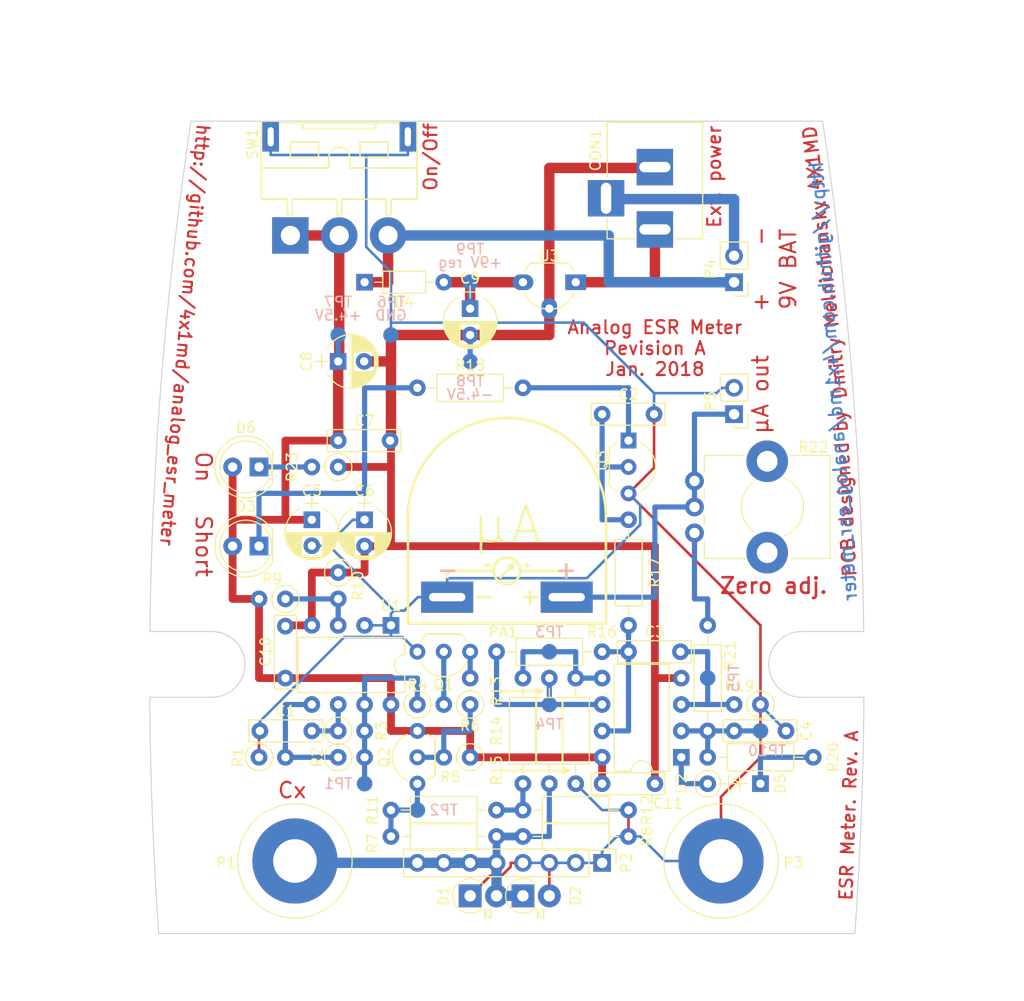
<source format=kicad_pcb>
(kicad_pcb (version 20171130) (host pcbnew "(5.1.12)-1")
  (title_block (title "Analog ESR meter") (rev A))
  (layers (0 F.Cu signal) (31 B.Cu signal) (34 B.Paste user) (35 F.Paste user) (36 B.SilkS user) (37 F.SilkS user) (38 B.Mask user) (39 F.Mask user) (44 Edge.Cuts user))
  (net 0 "")
  (net 1 "Net-(C1-Pad1)")
  (net 2 "Net-(C2-Pad1)")
  (net 3 GNDREF)
  (net 4 "Net-(C4-Pad1)")
  (net 5 "Net-(CON1-Pad3)")
  (net 6 "Net-(Q1-Pad2)")
  (net 7 "Net-(Q1-Pad1)")
  (net 8 "Net-(R11-Pad1)")
  (net 9 "Net-(C3-Pad2)")
  (net 10 "Net-(D5-Pad2)")
  (net 11 "Net-(Q2-Pad2)")
  (net 12 "Net-(Q2-Pad1)")
  (net 13 "Net-(C3-Pad1)")
  (net 14 /-4.5V)
  (net 15 "Net-(D3-Pad1)")
  (net 16 "Net-(P5-Pad1)")
  (net 17 "Net-(R1-Pad2)")
  (net 18 "Net-(R2-Pad2)")
  (net 19 "Net-(R10-Pad2)")
  (net 20 "Net-(R13-Pad2)")
  (net 21 "Net-(R14-Pad2)")
  (net 22 "Net-(R21-Pad1)")
  (net 23 "Net-(Q3-Pad1)")
  (net 24 "Net-(D6-Pad1)")
  (net 25 "Net-(D5-Pad1)")
  (net 26 /CX)
  (net 27 /+9V_REG)
  (net 28 /EXT_VIN)
  (net 29 /+9V)
  (net 30 /+4.5V)
  (module Resistors_THT:R_Axial_DIN0207_L6.3mm_D2.5mm_P2.54mm_Vertical (layer F.Cu) (at 149.86 104.14 90)
    (fp_text reference R6 (at -2.032 0 180) (layer F.SilkS))
    (fp_text value 12K)
    (pad 1 thru_hole circle (at 0 0 90) (size 1.6 1.6) (drill 0.8) (layers *.Cu *.Paste *.Mask) (net 11 "Net-(Q2-Pad2)"))
    (pad 2 thru_hole oval (at 2.54 0 90) (size 1.6 1.6) (drill 0.8) (layers *.Cu *.Paste *.Mask) (net 7 "Net-(Q1-Pad1)"))
  )
  (module TO_SOT_Packages_THT:TO-92_Inline_Wide (layer F.Cu) (at 149.86 99.06 180)
    (fp_text reference Q1 (at 2.54 -3.175 180) (layer F.SilkS))
    (fp_text value BC547)
    (pad 2 thru_hole circle (at 2.54 0 270) (size 1.524 1.524) (drill 0.8) (layers *.Cu *.Paste *.Mask) (net 6 "Net-(Q1-Pad2)"))
    (pad 3 thru_hole circle (at 5.08 0 270) (size 1.524 1.524) (drill 0.8) (layers *.Cu *.Paste *.Mask) (net 3 GNDREF))
    (pad 1 thru_hole circle (at 0 0 270) (size 1.524 1.524) (drill 0.8) (layers *.Cu *.Paste *.Mask) (net 7 "Net-(Q1-Pad1)"))
  )
  (module Mounting_Holes:MountingHole_3.2mm_M3_DIN965 (layer F.Cu) (at 182.3 115.285)
    (fp_text reference MH5 hide)
    (fp_text value 3.2mm_M3_DIN965)
    (pad "" np_thru_hole circle (at 0 0) (size 3.2 3.2) (drill 3.2) (layers *.Cu *.Paste *.Mask) (clearance 1))
  )
  (module Mounting_Holes:MountingHole_3.2mm_M3_DIN965 (layer F.Cu) (at 124.475 115.285)
    (fp_text reference MH4 hide)
    (fp_text value 3.2mm_M3_DIN965)
    (pad "" np_thru_hole circle (at 0 0) (size 3.2 3.2) (drill 3.2) (layers *.Cu *.Paste *.Mask) (clearance 1))
  )
  (module Mounting_Holes:MountingHole_3.2mm_M3_DIN965 (layer F.Cu) (at 181.73 75.285)
    (fp_text reference MH3 hide)
    (fp_text value 3.2mm_M3_DIN965)
    (pad "" np_thru_hole circle (at 0 0) (size 3.2 3.2) (drill 3.2) (layers *.Cu *.Paste *.Mask) (clearance 1))
  )
  (module Mounting_Holes:MountingHole_3.2mm_M3_DIN965 (layer F.Cu) (at 125.048 75.285)
    (fp_text reference MH2 hide)
    (fp_text value 3.2mm_M3_DIN965)
    (pad "" np_thru_hole circle (at 0 0) (size 3.2 3.2) (drill 3.2) (layers *.Cu *.Paste *.Mask) (clearance 1))
  )
  (module Potentiometers:Potentiometer_Alps_RK09K_Horizontal (layer F.Cu) (at 171.45 87.63)
    (fp_text reference R22 (at 11.43 -8.255) (layer F.SilkS))
    (fp_text value 10K)
    (pad 3 thru_hole circle (at 0 -5) (size 1.8 1.8) (drill 1) (layers *.Cu *.Paste *.Mask) (net 16 "Net-(P5-Pad1)"))
    (pad 2 thru_hole circle (at 0 -2.5) (size 1.8 1.8) (drill 1) (layers *.Cu *.Paste *.Mask) (net 16 "Net-(P5-Pad1)"))
    (pad 1 thru_hole circle (at 0 0) (size 1.8 1.8) (drill 1) (layers *.Cu *.Paste *.Mask) (net 22 "Net-(R21-Pad1)"))
    (pad 0 thru_hole oval (at 7 -6.9) (size 4 4) (drill 2) (layers *.Cu *.Mask))
    (pad 0 thru_hole oval (at 7 1.9) (size 4 4) (drill 2) (layers *.Cu *.Mask))
  )
  (module TO_SOT_Packages_THT:TO-92_Inline_Wide (layer F.Cu) (at 144.78 111.76 90)
    (fp_text reference Q2 (at 2.54 -3.175 270) (layer F.SilkS))
    (fp_text value BC557)
    (pad 2 thru_hole circle (at 2.54 0 180) (size 1.524 1.524) (drill 0.8) (layers *.Cu *.Paste *.Mask) (net 11 "Net-(Q2-Pad2)"))
    (pad 3 thru_hole circle (at 5.08 0 180) (size 1.524 1.524) (drill 0.8) (layers *.Cu *.Paste *.Mask) (net 30 /+4.5V))
    (pad 1 thru_hole circle (at 0 0 180) (size 1.524 1.524) (drill 0.8) (layers *.Cu *.Paste *.Mask) (net 12 "Net-(Q2-Pad1)"))
  )
  (module Capacitors_THT:CP_Radial_D5.0mm_P2.50mm (layer F.Cu) (at 134.62 86.36 270)
    (fp_text reference C5 (at -2.794 0 180) (layer F.SilkS))
    (fp_text value 1uF)
    (pad 1 thru_hole rect (at 0 0 270) (size 1.6 1.6) (drill 0.8) (layers *.Cu *.Paste *.Mask) (net 30 /+4.5V))
    (pad 2 thru_hole circle (at 2.5 0 270) (size 1.6 1.6) (drill 0.8) (layers *.Cu *.Paste *.Mask) (net 3 GNDREF))
  )
  (module Capacitors_THT:CP_Radial_D5.0mm_P2.50mm (layer F.Cu) (at 139.7 86.36 270)
    (fp_text reference C6 (at -2.794 0) (layer F.SilkS))
    (fp_text value 1uF)
    (pad 1 thru_hole rect (at 0 0 270) (size 1.6 1.6) (drill 0.8) (layers *.Cu *.Paste *.Mask) (net 3 GNDREF))
    (pad 2 thru_hole circle (at 2.54 0 270) (size 1.6 1.6) (drill 0.8) (layers *.Cu *.Paste *.Mask) (net 14 /-4.5V))
  )
  (module Capacitors_THT:CP_Radial_D5.0mm_P2.50mm (layer F.Cu) (at 137.16 71.12)
    (fp_text reference C8 (at -3.048 0 270) (layer F.SilkS))
    (fp_text value 22uF)
    (pad 1 thru_hole rect (at 0 0) (size 1.6 1.6) (drill 0.8) (layers *.Cu *.Paste *.Mask) (net 30 /+4.5V))
    (pad 2 thru_hole circle (at 2.5 0) (size 1.6 1.6) (drill 0.8) (layers *.Cu *.Paste *.Mask) (net 14 /-4.5V))
  )
  (module Capacitors_THT:CP_Radial_D5.0mm_P2.50mm (layer F.Cu) (at 149.86 66.04 270)
    (fp_text reference C9 (at -2.921 0 180) (layer F.SilkS))
    (fp_text value 10uF)
    (pad 1 thru_hole rect (at 0 0 270) (size 1.6 1.6) (drill 0.8) (layers *.Cu *.Paste *.Mask) (net 27 /+9V_REG))
    (pad 2 thru_hole circle (at 2.54 0 270) (size 1.6 1.6) (drill 0.8) (layers *.Cu *.Paste *.Mask) (net 14 /-4.5V))
  )
  (module Diodes_THT:D_DO-35_SOD27_P7.62mm_Horizontal (layer F.Cu) (at 139.7 63.5)
    (fp_text reference D4 (at 3.81 1.905 180) (layer F.SilkS))
    (fp_text value BAT60)
    (pad 1 thru_hole rect (at 0 0) (size 1.6 1.6) (drill 0.8) (layers *.Cu *.Paste *.Mask) (net 29 /+9V))
    (pad 2 thru_hole oval (at 7.62 0) (size 1.6 1.6) (drill 0.8) (layers *.Cu *.Paste *.Mask) (net 27 /+9V_REG))
  )
  (module Pin_Headers:Pin_Header_Straight_1x02_Pitch2.54mm (layer F.Cu) (at 175.26 63.5 180)
    (fp_text reference P4 (at 2.286 1.27 270) (layer F.SilkS))
    (fp_text value "9V battery")
    (pad 1 thru_hole rect (at 0 0 180) (size 1.7 1.7) (drill 1) (layers *.Cu *.Paste *.Mask) (net 29 /+9V))
    (pad 2 thru_hole oval (at 0 2.54 180) (size 1.7 1.7) (drill 1) (layers *.Cu *.Paste *.Mask) (net 5 "Net-(CON1-Pad3)"))
  )
  (module Resistors_THT:R_Axial_DIN0207_L6.3mm_D2.5mm_P10.16mm_Horizontal (layer F.Cu) (at 152.4 116.84 180)
    (fp_text reference R7 (at 11.938 -0.635 270) (layer F.SilkS))
    (fp_text value 1K)
    (pad 1 thru_hole circle (at 0 0 180) (size 1.6 1.6) (drill 0.8) (layers *.Cu *.Paste *.Mask) (net 26 /CX))
    (pad 2 thru_hole oval (at 10.16 0 180) (size 1.6 1.6) (drill 0.8) (layers *.Cu *.Paste *.Mask) (net 12 "Net-(Q2-Pad1)"))
  )
  (module Resistors_THT:R_Axial_DIN0207_L6.3mm_D2.5mm_P10.16mm_Horizontal (layer F.Cu) (at 154.94 116.84)
    (fp_text reference R8 (at 11.938 0 270) (layer F.SilkS))
    (fp_text value 22)
    (pad 1 thru_hole circle (at 0 0) (size 1.6 1.6) (drill 0.8) (layers *.Cu *.Paste *.Mask) (net 26 /CX))
    (pad 2 thru_hole oval (at 10.16 0) (size 1.6 1.6) (drill 0.8) (layers *.Cu *.Paste *.Mask) (net 3 GNDREF))
  )
  (module Resistors_THT:R_Axial_DIN0207_L6.3mm_D2.5mm_P10.16mm_Horizontal (layer F.Cu) (at 152.4 114.3 180)
    (fp_text reference R11 (at 11.938 0 90) (layer F.SilkS))
    (fp_text value 1K)
    (pad 1 thru_hole circle (at 0 0 180) (size 1.6 1.6) (drill 0.8) (layers *.Cu *.Paste *.Mask) (net 8 "Net-(R11-Pad1)"))
    (pad 2 thru_hole oval (at 10.16 0 180) (size 1.6 1.6) (drill 0.8) (layers *.Cu *.Paste *.Mask) (net 12 "Net-(Q2-Pad1)"))
  )
  (module Resistors_THT:R_Axial_DIN0207_L6.3mm_D2.5mm_P10.16mm_Horizontal (layer F.Cu) (at 154.94 114.3)
    (fp_text reference R12 (at 11.938 0 270) (layer F.SilkS))
    (fp_text value 22)
    (pad 1 thru_hole circle (at 0 0) (size 1.6 1.6) (drill 0.8) (layers *.Cu *.Paste *.Mask) (net 8 "Net-(R11-Pad1)"))
    (pad 2 thru_hole oval (at 10.16 0) (size 1.6 1.6) (drill 0.8) (layers *.Cu *.Paste *.Mask) (net 3 GNDREF))
  )
  (module Resistors_THT:R_Axial_DIN0207_L6.3mm_D2.5mm_P10.16mm_Horizontal (layer F.Cu) (at 165.1 86.36 270)
    (fp_text reference R17 (at 5.08 -2.54 90) (layer F.SilkS))
    (fp_text value 15K)
    (pad 1 thru_hole circle (at 0 0 270) (size 1.6 1.6) (drill 0.8) (layers *.Cu *.Paste *.Mask) (net 2 "Net-(C2-Pad1)"))
    (pad 2 thru_hole oval (at 10.16 0 270) (size 1.6 1.6) (drill 0.8) (layers *.Cu *.Paste *.Mask) (net 13 "Net-(C3-Pad1)"))
  )
  (module Resistors_THT:R_Axial_DIN0207_L6.3mm_D2.5mm_P10.16mm_Horizontal (layer F.Cu) (at 172.72 96.52 270)
    (fp_text reference R21 (at 2.921 -2.159 90) (layer F.SilkS))
    (fp_text value 1K)
    (pad 1 thru_hole circle (at 0 0 270) (size 1.6 1.6) (drill 0.8) (layers *.Cu *.Paste *.Mask) (net 22 "Net-(R21-Pad1)"))
    (pad 2 thru_hole oval (at 10.16 0 270) (size 1.6 1.6) (drill 0.8) (layers *.Cu *.Paste *.Mask) (net 4 "Net-(C4-Pad1)"))
  )
  (module Pin_Headers:Pin_Header_Straight_1x02_Pitch2.54mm (layer F.Cu) (at 175.26 76.2 180)
    (fp_text reference P5 (at 2.286 1.27 270) (layer F.SilkS))
    (fp_text value "uA connector")
    (pad 1 thru_hole rect (at 0 0 180) (size 1.7 1.7) (drill 1) (layers *.Cu *.Paste *.Mask) (net 16 "Net-(P5-Pad1)"))
    (pad 2 thru_hole oval (at 0 2.54 180) (size 1.7 1.7) (drill 1) (layers *.Cu *.Paste *.Mask) (net 3 GNDREF))
  )
  (module TO_SOT_Packages_THT:TO-92_Molded_Wide_Oval (layer F.Cu) (at 160.02 63.5 180)
    (fp_text reference U3 (at 2.54 2.54 180) (layer F.SilkS))
    (fp_text value LM7809CT)
    (pad 2 thru_hole oval (at 2.54 -2.54 270) (size 2 1.5) (drill 0.8) (layers *.Cu *.Paste *.Mask) (net 14 /-4.5V))
    (pad 1 thru_hole rect (at 0 0 270) (size 1.5 2) (drill 0.8) (layers *.Cu *.Paste *.Mask) (net 28 /EXT_VIN))
    (pad 3 thru_hole oval (at 5.08 0 270) (size 1.5 2) (drill 0.8) (layers *.Cu *.Paste *.Mask) (net 27 /+9V_REG))
  )
  (module TO_SOT_Packages_THT:TO-92_Inline_Wide (layer F.Cu) (at 165.1 78.74 270)
    (fp_text reference Q3 (at 1.905 2.54 90) (layer F.SilkS))
    (fp_text value BC547)
    (pad 2 thru_hole circle (at 2.54 0) (size 1.52 1.52) (drill 0.8) (layers *.Cu *.Paste *.Mask) (net 2 "Net-(C2-Pad1)"))
    (pad 3 thru_hole circle (at 5.08 0) (size 1.52 1.52) (drill 0.8) (layers *.Cu *.Paste *.Mask) (net 3 GNDREF))
    (pad 1 thru_hole rect (at 0 0) (size 1.52 1.52) (drill 0.8) (layers *.Cu *.Paste *.Mask) (net 23 "Net-(Q3-Pad1)"))
  )
  (module Capacitors_THT:C_Rect_L7.0mm_W2.0mm_P5.00mm (layer F.Cu) (at 134.62 106.68 180)
    (fp_text reference C1 (at 2.54 1.905) (layer F.SilkS))
    (fp_text value 1nF)
    (pad 1 thru_hole circle (at 0 0 180) (size 1.6 1.6) (drill 0.8) (layers *.Cu *.Paste *.Mask) (net 1 "Net-(C1-Pad1)"))
    (pad 2 thru_hole circle (at 5 0 180) (size 1.6 1.6) (drill 0.8) (layers *.Cu *.Paste *.Mask) (net 3 GNDREF))
  )
  (module Capacitors_THT:C_Rect_L7.0mm_W2.0mm_P5.00mm (layer F.Cu) (at 162.56 76.2)
    (fp_text reference C2 (at 2.54 -1.905 180) (layer F.SilkS))
    (fp_text value 1uF)
    (pad 1 thru_hole circle (at 0 0) (size 1.6 1.6) (drill 0.8) (layers *.Cu *.Paste *.Mask) (net 2 "Net-(C2-Pad1)"))
    (pad 2 thru_hole circle (at 5 0) (size 1.6 1.6) (drill 0.8) (layers *.Cu *.Paste *.Mask) (net 3 GNDREF))
  )
  (module Capacitors_THT:C_Rect_L7.0mm_W2.0mm_P5.00mm (layer F.Cu) (at 165.1 99.06)
    (fp_text reference C3 (at 2.54 -1.905 180) (layer F.SilkS))
    (fp_text value 0.1uF)
    (pad 1 thru_hole circle (at 0 0) (size 1.6 1.6) (drill 0.8) (layers *.Cu *.Paste *.Mask) (net 13 "Net-(C3-Pad1)"))
    (pad 2 thru_hole circle (at 5 0) (size 1.6 1.6) (drill 0.8) (layers *.Cu *.Paste *.Mask) (net 9 "Net-(C3-Pad2)"))
  )
  (module Capacitors_THT:C_Rect_L7.0mm_W2.0mm_P5.00mm (layer F.Cu) (at 175.26 106.68)
    (fp_text reference C4 (at 6.985 0 270) (layer F.SilkS))
    (fp_text value 1uF)
    (pad 1 thru_hole circle (at 0 0) (size 1.6 1.6) (drill 0.8) (layers *.Cu *.Paste *.Mask) (net 4 "Net-(C4-Pad1)"))
    (pad 2 thru_hole circle (at 5 0) (size 1.6 1.6) (drill 0.8) (layers *.Cu *.Paste *.Mask) (net 3 GNDREF))
  )
  (module Capacitors_THT:C_Rect_L7.0mm_W2.0mm_P5.00mm (layer F.Cu) (at 137.16 78.74)
    (fp_text reference C7 (at 2.54 -1.905 180) (layer F.SilkS))
    (fp_text value 0.1uF)
    (pad 1 thru_hole circle (at 0 0) (size 1.6 1.6) (drill 0.8) (layers *.Cu *.Paste *.Mask) (net 30 /+4.5V))
    (pad 2 thru_hole circle (at 5 0) (size 1.6 1.6) (drill 0.8) (layers *.Cu *.Paste *.Mask) (net 14 /-4.5V))
  )
  (module Mounting_Holes:MountingHole_3.2mm_M3_DIN965 (layer F.Cu) (at 153.4 53.3)
    (fp_text reference MH1 hide)
    (fp_text value 3.2mm_M3_DIN965)
    (pad "" np_thru_hole circle (at 0 0) (size 3.2 3.2) (drill 3.2) (layers *.Cu *.Mask B.Paste))
  )
  (module Housings_DIP:DIP-8_W7.62mm (layer F.Cu) (at 142.24 96.52 270)
    (fp_text reference U1 (at -1.905 0) (layer F.SilkS))
    (fp_text value TL082)
    (pad 1 thru_hole rect (at 0 0 270) (size 1.6 1.6) (drill 0.8) (layers *.Cu *.Paste *.Mask) (net 3 GNDREF))
    (pad 5 thru_hole oval (at 7.62 7.62 270) (size 1.6 1.6) (drill 0.8) (layers *.Cu *.Paste *.Mask) (net 17 "Net-(R1-Pad2)"))
    (pad 2 thru_hole oval (at 0 2.54 270) (size 1.6 1.6) (drill 0.8) (layers *.Cu *.Paste *.Mask) (net 3 GNDREF))
    (pad 6 thru_hole oval (at 7.62 5.08 270) (size 1.6 1.6) (drill 0.8) (layers *.Cu *.Paste *.Mask) (net 1 "Net-(C1-Pad1)"))
    (pad 3 thru_hole oval (at 0 5.08 270) (size 1.6 1.6) (drill 0.8) (layers *.Cu *.Paste *.Mask) (net 19 "Net-(R10-Pad2)"))
    (pad 7 thru_hole oval (at 7.62 2.54 270) (size 1.6 1.6) (drill 0.8) (layers *.Cu *.Paste *.Mask) (net 18 "Net-(R2-Pad2)"))
    (pad 4 thru_hole oval (at 0 7.62 270) (size 1.6 1.6) (drill 0.8) (layers *.Cu *.Paste *.Mask) (net 14 /-4.5V))
    (pad 8 thru_hole oval (at 7.62 0 270) (size 1.6 1.6) (drill 0.8) (layers *.Cu *.Paste *.Mask) (net 30 /+4.5V))
  )
  (module Housings_DIP:DIP-8_W7.62mm (layer F.Cu) (at 170.18 109.22 180)
    (fp_text reference U2 (at 0 -2.54 90) (layer F.SilkS))
    (fp_text value TL082)
    (pad 1 thru_hole rect (at 0 0 180) (size 1.6 1.6) (drill 0.8) (layers *.Cu *.Paste *.Mask) (net 10 "Net-(D5-Pad2)"))
    (pad 5 thru_hole oval (at 7.62 7.62 180) (size 1.6 1.6) (drill 0.8) (layers *.Cu *.Paste *.Mask) (net 21 "Net-(R14-Pad2)"))
    (pad 2 thru_hole oval (at 0 2.54 180) (size 1.6 1.6) (drill 0.8) (layers *.Cu *.Paste *.Mask) (net 4 "Net-(C4-Pad1)"))
    (pad 6 thru_hole oval (at 7.62 5.08 180) (size 1.6 1.6) (drill 0.8) (layers *.Cu *.Paste *.Mask) (net 20 "Net-(R13-Pad2)"))
    (pad 3 thru_hole oval (at 0 5.08 180) (size 1.6 1.6) (drill 0.8) (layers *.Cu *.Paste *.Mask) (net 9 "Net-(C3-Pad2)"))
    (pad 7 thru_hole oval (at 7.62 2.54 180) (size 1.6 1.6) (drill 0.8) (layers *.Cu *.Paste *.Mask) (net 13 "Net-(C3-Pad1)"))
    (pad 4 thru_hole oval (at 0 7.62 180) (size 1.6 1.6) (drill 0.8) (layers *.Cu *.Paste *.Mask) (net 14 /-4.5V))
    (pad 8 thru_hole oval (at 7.62 0 180) (size 1.6 1.6) (drill 0.8) (layers *.Cu *.Paste *.Mask) (net 30 /+4.5V))
  )
  (module Measurement_Points:Measurement_Point_Round-SMD-Pad_Small (layer B.Cu) (at 139.7 111.76)
    (fp_text reference TP1 (at -2.54 0) (layer B.SilkS) (effects (justify mirror)))
    (fp_text value "Osc. out")
    (pad 1 smd circle (at 0 0) (size 1.5 1.5) (layers B.Cu B.Mask) (net 18 "Net-(R2-Pad2)"))
  )
  (module Measurement_Points:Measurement_Point_Round-SMD-Pad_Small (layer B.Cu) (at 144.78 114.3)
    (fp_text reference TP2 (at 2.54 0) (layer B.SilkS) (effects (justify mirror)))
    (fp_text value Bridge)
    (pad 1 smd circle (at 0 0) (size 1.5 1.5) (layers B.Cu B.Mask) (net 12 "Net-(Q2-Pad1)"))
  )
  (module Measurement_Points:Measurement_Point_Round-SMD-Pad_Small (layer B.Cu) (at 157.48 99.06)
    (fp_text reference TP3 (at 0 -1.905) (layer B.SilkS) (effects (justify mirror)))
    (fp_text value "Amp. (+)")
    (pad 1 smd circle (at 0 0) (size 1.5 1.5) (layers B.Cu B.Mask) (net 21 "Net-(R14-Pad2)"))
  )
  (module Measurement_Points:Measurement_Point_Round-SMD-Pad_Small (layer B.Cu) (at 157.48 104.14)
    (fp_text reference TP4 (at 0 1.905) (layer B.SilkS) (effects (justify mirror)))
    (fp_text value "Amp (-)")
    (pad 1 smd circle (at 0 0) (size 1.5 1.5) (layers B.Cu B.Mask) (net 20 "Net-(R13-Pad2)"))
  )
  (module Measurement_Points:Measurement_Point_Round-SMD-Pad_Small (layer B.Cu) (at 172.72 101.6)
    (fp_text reference TP5 (at 2.54 0 90) (layer B.SilkS) (effects (justify mirror)))
    (fp_text value "Amp. out")
    (pad 1 smd circle (at 0 0) (size 1.5 1.5) (layers B.Cu B.Mask) (net 9 "Net-(C3-Pad2)"))
  )
  (module Measurement_Points:Measurement_Point_Round-SMD-Pad_Small (layer B.Cu) (at 142.24 68.58)
    (fp_text reference TP6 (at 0 -3.175) (layer B.SilkS) (effects (justify mirror)))
    (fp_text value GND (at 0 -1.905) (layer B.SilkS) (effects (justify mirror)))
    (pad 1 smd circle (at 0 0) (size 1.5 1.5) (layers B.Cu B.Mask) (net 3 GNDREF))
  )
  (module Measurement_Points:Measurement_Point_Round-SMD-Pad_Small (layer B.Cu) (at 137.16 68.58)
    (fp_text reference TP7 (at 0 -3.175) (layer B.SilkS) (effects (justify mirror)))
    (fp_text value +4.5V (at 0 -1.905) (layer B.SilkS) (effects (justify mirror)))
    (pad 1 smd circle (at 0 0) (size 1.5 1.5) (layers B.Cu B.Mask) (net 30 /+4.5V))
  )
  (module Measurement_Points:Measurement_Point_Round-SMD-Pad_Small (layer B.Cu) (at 149.86 71.12)
    (fp_text reference TP8 (at 0 1.905) (layer B.SilkS) (effects (justify mirror)))
    (fp_text value -4.5V (at 0 3.175) (layer B.SilkS) (effects (justify mirror)))
    (pad 1 smd circle (at 0 0) (size 1.5 1.5) (layers B.Cu B.Mask) (net 14 /-4.5V))
  )
  (module Measurement_Points:Measurement_Point_Round-SMD-Pad_Small (layer B.Cu) (at 149.86 63.5)
    (fp_text reference TP9 (at 0 -3.175) (layer B.SilkS) (effects (justify mirror)))
    (fp_text value "+9V reg" (at 0 -1.905 180) (layer B.SilkS) (effects (justify mirror)))
    (pad 1 smd circle (at 0 0) (size 1.5 1.5) (layers B.Cu B.Mask) (net 27 /+9V_REG))
  )
  (module Measurement_Points:Measurement_Point_Round-SMD-Pad_Small (layer B.Cu) (at 177.8 106.68)
    (fp_text reference TP10 (at 0.635 1.905) (layer B.SilkS) (effects (justify mirror)))
    (fp_text value Vout)
    (pad 1 smd circle (at 0 0) (size 1.5 1.5) (layers B.Cu B.Mask) (net 4 "Net-(C4-Pad1)"))
  )
  (module Capacitors_THT:C_Rect_L7.0mm_W2.0mm_P5.00mm (layer F.Cu) (at 132.08 101.6 90)
    (fp_text reference C10 (at 2.54 -1.905 90) (layer F.SilkS))
    (fp_text value 0.1uF)
    (pad 1 thru_hole circle (at 0 0 90) (size 1.6 1.6) (drill 0.8) (layers *.Cu *.Paste *.Mask) (net 30 /+4.5V))
    (pad 2 thru_hole circle (at 5 0 90) (size 1.6 1.6) (drill 0.8) (layers *.Cu *.Paste *.Mask) (net 14 /-4.5V))
  )
  (module Capacitors_THT:C_Rect_L7.0mm_W2.0mm_P5.00mm (layer F.Cu) (at 162.56 111.76)
    (fp_text reference C11 (at 6.35 1.905 180) (layer F.SilkS))
    (fp_text value 0.1uF)
    (pad 1 thru_hole circle (at 0 0) (size 1.6 1.6) (drill 0.8) (layers *.Cu *.Paste *.Mask) (net 30 /+4.5V))
    (pad 2 thru_hole circle (at 5.08 0) (size 1.6 1.6) (drill 0.8) (layers *.Cu *.Paste *.Mask) (net 14 /-4.5V))
  )
  (module ESR_Meter_Footprints:Banana_Jack_1Pin (layer F.Cu) (at 133 119.2)
    (fp_text reference P1 (at -6.635 0.18) (layer F.SilkS))
    (fp_text value Cx+)
    (pad 1 thru_hole circle (at 0 0) (size 8.2 8.2) (drill 4.2) (layers *.Cu *.Paste *.Mask) (net 26 /CX))
  )
  (module ESR_Meter_Footprints:Banana_Jack_1Pin (layer F.Cu) (at 174 119.2)
    (fp_text reference P3 (at 6.975 0.18) (layer F.SilkS))
    (fp_text value Cx-)
    (pad 1 thru_hole circle (at 0 0) (size 8.2 8.2) (drill 4.2) (layers *.Cu *.Paste *.Mask) (net 3 GNDREF))
  )
  (module ESR_Meter_Footprints:Switch_Slide_SPDT_THT_5MS1S102AM6QES (layer F.Cu) (at 132.56 59 180)
    (fp_text reference SW1 (at 3.655 8.835 270) (layer F.SilkS))
    (fp_text value On/Off)
    (pad 4 thru_hole rect (at 1.9 9.5 180) (size 1.6 2.85) (drill oval 0.6 1.85) (layers *.Cu *.Paste *.Mask) (net 3 GNDREF))
    (pad 4 thru_hole rect (at -11.3 9.5 180) (size 1.6 2.85) (drill oval 0.6 1.85) (layers *.Cu *.Paste *.Mask) (net 3 GNDREF))
    (pad 1 thru_hole rect (at 0 0 180) (size 3.5 3.5) (drill 1.85) (layers *.Cu *.Paste *.Mask) (net 30 /+4.5V))
    (pad 2 thru_hole circle (at -4.7 0 180) (size 3.5 3.5) (drill 1.85) (layers *.Cu *.Paste *.Mask) (net 30 /+4.5V))
    (pad 3 thru_hole circle (at -9.4 0 180) (size 3.5 3.5) (drill 1.85) (layers *.Cu *.Paste *.Mask) (net 29 /+9V))
  )
  (module Resistors_THT:R_Axial_DIN0207_L6.3mm_D2.5mm_P2.54mm_Vertical (layer F.Cu) (at 129.54 109.22)
    (fp_text reference R1 (at -2.032 0 270) (layer F.SilkS))
    (fp_text value 1.5K)
    (pad 1 thru_hole circle (at 0 0) (size 1.6 1.6) (drill 0.8) (layers *.Cu *.Paste *.Mask) (net 3 GNDREF))
    (pad 2 thru_hole oval (at 2.54 0) (size 1.6 1.6) (drill 0.8) (layers *.Cu *.Paste *.Mask) (net 17 "Net-(R1-Pad2)"))
  )
  (module Resistors_THT:R_Axial_DIN0207_L6.3mm_D2.5mm_P2.54mm_Vertical (layer F.Cu) (at 137.16 109.22)
    (fp_text reference R2 (at -2.032 0 90) (layer F.SilkS))
    (fp_text value 10K)
    (pad 1 thru_hole circle (at 0 0) (size 1.6 1.6) (drill 0.8) (layers *.Cu *.Paste *.Mask) (net 17 "Net-(R1-Pad2)"))
    (pad 2 thru_hole oval (at 2.54 0) (size 1.6 1.6) (drill 0.8) (layers *.Cu *.Paste *.Mask) (net 18 "Net-(R2-Pad2)"))
  )
  (module Resistors_THT:R_Axial_DIN0207_L6.3mm_D2.5mm_P2.54mm_Vertical (layer F.Cu) (at 137.16 106.68)
    (fp_text reference R3 (at 4.191 0 90) (layer F.SilkS))
    (fp_text value 10K)
    (pad 1 thru_hole circle (at 0 0) (size 1.6 1.6) (drill 0.8) (layers *.Cu *.Paste *.Mask) (net 1 "Net-(C1-Pad1)"))
    (pad 2 thru_hole oval (at 2.54 0) (size 1.6 1.6) (drill 0.8) (layers *.Cu *.Paste *.Mask) (net 18 "Net-(R2-Pad2)"))
  )
  (module Resistors_THT:R_Axial_DIN0207_L6.3mm_D2.5mm_P2.54mm_Vertical (layer F.Cu) (at 144.78 104.14)
    (fp_text reference R4 (at 0 -1.905) (layer F.SilkS))
    (fp_text value 68K)
    (pad 1 thru_hole circle (at 0 0) (size 1.6 1.6) (drill 0.8) (layers *.Cu *.Paste *.Mask) (net 18 "Net-(R2-Pad2)"))
    (pad 2 thru_hole oval (at 2.54 0) (size 1.6 1.6) (drill 0.8) (layers *.Cu *.Paste *.Mask) (net 6 "Net-(Q1-Pad2)"))
  )
  (module Resistors_THT:R_Axial_DIN0207_L6.3mm_D2.5mm_P2.54mm_Vertical (layer F.Cu) (at 149.86 109.22 180)
    (fp_text reference R5 (at 1.905 -1.905) (layer F.SilkS))
    (fp_text value 4.7K)
    (pad 1 thru_hole circle (at 0 0 180) (size 1.6 1.6) (drill 0.8) (layers *.Cu *.Paste *.Mask) (net 30 /+4.5V))
    (pad 2 thru_hole oval (at 2.54 0 180) (size 1.6 1.6) (drill 0.8) (layers *.Cu *.Paste *.Mask) (net 11 "Net-(Q2-Pad2)"))
  )
  (module Resistors_THT:R_Axial_DIN0207_L6.3mm_D2.5mm_P10.16mm_Horizontal (layer F.Cu) (at 157.48 111.76 90)
    (fp_text reference R13 (at 8.89 -5.08 270) (layer F.SilkS))
    (fp_text value 1K)
    (pad 1 thru_hole circle (at 0 0 90) (size 1.6 1.6) (drill 0.8) (layers *.Cu *.Paste *.Mask) (net 26 /CX))
    (pad 2 thru_hole oval (at 10.16 0 90) (size 1.6 1.6) (drill 0.8) (layers *.Cu *.Paste *.Mask) (net 20 "Net-(R13-Pad2)"))
  )
  (module Resistors_THT:R_Axial_DIN0207_L6.3mm_D2.5mm_P10.16mm_Horizontal (layer F.Cu) (at 154.94 111.76 90)
    (fp_text reference R14 (at 5.08 -2.54 90) (layer F.SilkS))
    (fp_text value 1K)
    (pad 1 thru_hole circle (at 0 0 90) (size 1.6 1.6) (drill 0.8) (layers *.Cu *.Paste *.Mask) (net 8 "Net-(R11-Pad1)"))
    (pad 2 thru_hole oval (at 10.16 0 90) (size 1.6 1.6) (drill 0.8) (layers *.Cu *.Paste *.Mask) (net 21 "Net-(R14-Pad2)"))
  )
  (module Resistors_THT:R_Axial_DIN0207_L6.3mm_D2.5mm_P10.16mm_Horizontal (layer F.Cu) (at 152.4 99.06)
    (fp_text reference R16 (at 10.16 -1.905) (layer F.SilkS))
    (fp_text value 47K)
    (pad 1 thru_hole circle (at 0 0) (size 1.6 1.6) (drill 0.8) (layers *.Cu *.Paste *.Mask) (net 20 "Net-(R13-Pad2)"))
    (pad 2 thru_hole oval (at 10.16 0) (size 1.6 1.6) (drill 0.8) (layers *.Cu *.Paste *.Mask) (net 13 "Net-(C3-Pad1)"))
  )
  (module LEDs:LED_D5.0mm (layer F.Cu) (at 129.54 88.9 180)
    (fp_text reference D3 (at 1.27 3.81) (layer F.SilkS))
    (fp_text value Red)
    (pad 1 thru_hole rect (at 0 0 180) (size 1.8 1.8) (drill 0.9) (layers *.Cu *.Paste *.Mask) (net 15 "Net-(D3-Pad1)"))
    (pad 2 thru_hole circle (at 2.54 0 180) (size 1.8 1.8) (drill 0.9) (layers *.Cu *.Paste *.Mask) (net 30 /+4.5V))
  )
  (module LEDs:LED_D5.0mm (layer F.Cu) (at 129.54 81.28 180)
    (fp_text reference D6 (at 1.27 3.81) (layer F.SilkS))
    (fp_text value Green)
    (pad 1 thru_hole rect (at 0 0 180) (size 1.8 1.8) (drill 0.9) (layers *.Cu *.Paste *.Mask) (net 24 "Net-(D6-Pad1)"))
    (pad 2 thru_hole circle (at 2.54 0 180) (size 1.8 1.8) (drill 0.9) (layers *.Cu *.Paste *.Mask) (net 30 /+4.5V))
  )
  (module Resistors_THT:R_Axial_DIN0207_L6.3mm_D2.5mm_P2.54mm_Vertical (layer F.Cu) (at 132.08 93.98 180)
    (fp_text reference R9 (at 1.27 1.905) (layer F.SilkS))
    (fp_text value 10K)
    (pad 1 thru_hole circle (at 0 0 180) (size 1.6 1.6) (drill 0.8) (layers *.Cu *.Paste *.Mask) (net 19 "Net-(R10-Pad2)"))
    (pad 2 thru_hole oval (at 2.54 0 180) (size 1.6 1.6) (drill 0.8) (layers *.Cu *.Paste *.Mask) (net 30 /+4.5V))
  )
  (module Resistors_THT:R_Axial_DIN0207_L6.3mm_D2.5mm_P2.54mm_Vertical (layer F.Cu) (at 137.16 91.44 270)
    (fp_text reference R10 (at 1.27 -1.905 270) (layer F.SilkS))
    (fp_text value 10K)
    (pad 1 thru_hole circle (at 0 0 270) (size 1.6 1.6) (drill 0.8) (layers *.Cu *.Paste *.Mask) (net 14 /-4.5V))
    (pad 2 thru_hole oval (at 2.54 0 270) (size 1.6 1.6) (drill 0.8) (layers *.Cu *.Paste *.Mask) (net 19 "Net-(R10-Pad2)"))
  )
  (module Resistors_THT:R_Axial_DIN0207_L6.3mm_D2.5mm_P2.54mm_Vertical (layer F.Cu) (at 177.8 104.14 180)
    (fp_text reference R19 (at 2.032 1.778) (layer F.SilkS))
    (fp_text value 47K)
    (pad 1 thru_hole circle (at 0 0 180) (size 1.6 1.6) (drill 0.8) (layers *.Cu *.Paste *.Mask) (net 3 GNDREF))
    (pad 2 thru_hole oval (at 2.54 0 180) (size 1.6 1.6) (drill 0.8) (layers *.Cu *.Paste *.Mask) (net 9 "Net-(C3-Pad2)"))
  )
  (module Resistors_THT:R_Axial_DIN0207_L6.3mm_D2.5mm_P2.54mm_Vertical (layer F.Cu) (at 137.16 81.28 180)
    (fp_text reference R23 (at 4.445 0 270) (layer F.SilkS))
    (fp_text value 470)
    (pad 1 thru_hole circle (at 0 0 180) (size 1.6 1.6) (drill 0.8) (layers *.Cu *.Paste *.Mask) (net 14 /-4.5V))
    (pad 2 thru_hole oval (at 2.54 0 180) (size 1.6 1.6) (drill 0.8) (layers *.Cu *.Paste *.Mask) (net 24 "Net-(D6-Pad1)"))
  )
  (module Resistors_THT:R_Axial_DIN0207_L6.3mm_D2.5mm_P10.16mm_Horizontal (layer F.Cu) (at 160.02 111.76 90)
    (fp_text reference R15 (at 1.27 -7.62 90) (layer F.SilkS))
    (fp_text value 47K)
    (pad 1 thru_hole circle (at 0 0 90) (size 1.6 1.6) (drill 0.8) (layers *.Cu *.Paste *.Mask) (net 3 GNDREF))
    (pad 2 thru_hole oval (at 10.16 0 90) (size 1.6 1.6) (drill 0.8) (layers *.Cu *.Paste *.Mask) (net 21 "Net-(R14-Pad2)"))
  )
  (module ESR_Meter_Footprints:Microampermeter (layer F.Cu) (at 153.4 93.81)
    (fp_text reference PA1 (at -0.365 3.345) (layer F.SilkS))
    (fp_text value 50-250uA)
    (fp_text user μA (at 0 -6.985) (layer F.SilkS) (effects (font (size 3.5 3.5) (thickness 0.25))))
    (pad 2 thru_hole rect (at -5.75 0) (size 5 3) (drill oval 3.5 0.8) (layers *.Cu *.Mask B.Paste) (net 3 GNDREF))
    (pad 1 thru_hole rect (at 5.75 0) (size 5 3) (drill oval 3.5 0.8) (layers *.Cu *.Mask B.Paste) (net 16 "Net-(P5-Pad1)"))
  )
  (module Resistors_THT:R_Axial_DIN0207_L6.3mm_D2.5mm_P10.16mm_Horizontal (layer F.Cu) (at 154.94 73.66 180)
    (fp_text reference R18 (at 5.08 2.159) (layer F.SilkS))
    (fp_text value 470)
    (pad 1 thru_hole circle (at 0 0 180) (size 1.6 1.6) (drill 0.8) (layers *.Cu *.Paste *.Mask) (net 23 "Net-(Q3-Pad1)"))
    (pad 2 thru_hole oval (at 10.16 0 180) (size 1.6 1.6) (drill 0.8) (layers *.Cu *.Paste *.Mask) (net 15 "Net-(D3-Pad1)"))
  )
  (module ESR_Meter_Footprints:BARREL_JACK_PCB_EDGE (layer F.Cu) (at 167.64 58.42 270)
    (fp_text reference CON1 (at -7.62 5.715 90) (layer F.SilkS))
    (fp_text value "External power")
    (pad 1 thru_hole rect (at 0 0 270) (size 3.5 3.5) (drill oval 1 3) (layers *.Cu *.Paste *.Mask) (net 28 /EXT_VIN))
    (pad 2 thru_hole rect (at -6 0 270) (size 3.5 3.5) (drill oval 1 3) (layers *.Cu *.Paste *.Mask) (net 14 /-4.5V))
    (pad 3 thru_hole rect (at -3 4.7 270) (size 3.5 3.5) (drill oval 3 1) (layers *.Cu *.Paste *.Mask) (net 5 "Net-(CON1-Pad3)"))
  )
  (module Diodes_THT:D_DO-35_SOD27_P5.08mm_Vertical_KathodeUp (layer F.Cu) (at 177.8 111.76 180)
    (fp_text reference D5 (at -1.905 0 270) (layer F.SilkS))
    (fp_text value 1N4148)
    (pad 1 thru_hole rect (at 0 0 180) (size 1.6 1.6) (drill 0.8) (layers *.Cu *.Paste *.Mask) (net 25 "Net-(D5-Pad1)"))
    (pad 2 thru_hole oval (at 5.08 0 180) (size 1.6 1.6) (drill 0.8) (layers *.Cu *.Paste *.Mask) (net 10 "Net-(D5-Pad2)"))
  )
  (module Resistors_THT:R_Axial_DIN0207_L6.3mm_D2.5mm_P10.16mm_Horizontal (layer F.Cu) (at 172.72 109.22)
    (fp_text reference R20 (at 12.065 0 90) (layer F.SilkS))
    (fp_text value 47)
    (pad 1 thru_hole circle (at 0 0) (size 1.6 1.6) (drill 0.8) (layers *.Cu *.Paste *.Mask) (net 4 "Net-(C4-Pad1)"))
    (pad 2 thru_hole oval (at 10.16 0) (size 1.6 1.6) (drill 0.8) (layers *.Cu *.Paste *.Mask) (net 25 "Net-(D5-Pad1)"))
  )
  (module Socket_Strips:Socket_Strip_Straight_1x08_Pitch2.54mm (layer F.Cu) (at 162.56 119.38 270)
    (fp_text reference P2 (at 0 -2.33 270) (layer F.SilkS))
    (fp_text value Cx)
    (pad 1 thru_hole rect (at 0 0 270) (size 1.7 1.7) (drill 1) (layers *.Cu *.Paste *.Mask) (net 3 GNDREF))
    (pad 2 thru_hole oval (at 0 2.54 270) (size 1.7 1.7) (drill 1) (layers *.Cu *.Paste *.Mask) (net 3 GNDREF))
    (pad 3 thru_hole oval (at 0 5.08 270) (size 1.7 1.7) (drill 1) (layers *.Cu *.Paste *.Mask) (net 3 GNDREF))
    (pad 4 thru_hole oval (at 0 7.62 270) (size 1.7 1.7) (drill 1) (layers *.Cu *.Paste *.Mask) (net 3 GNDREF))
    (pad 5 thru_hole oval (at 0 10.16 270) (size 1.7 1.7) (drill 1) (layers *.Cu *.Paste *.Mask) (net 26 /CX))
    (pad 6 thru_hole oval (at 0 12.7 270) (size 1.7 1.7) (drill 1) (layers *.Cu *.Paste *.Mask) (net 26 /CX))
    (pad 7 thru_hole oval (at 0 15.24 270) (size 1.7 1.7) (drill 1) (layers *.Cu *.Paste *.Mask) (net 26 /CX))
    (pad 8 thru_hole oval (at 0 17.78 270) (size 1.7 1.7) (drill 1) (layers *.Cu *.Paste *.Mask) (net 26 /CX))
  )
  (module Diodes_THT:D_DO-41_SOD81_P2.54mm_Vertical_AnodeUp (layer F.Cu) (at 149.86 122.555)
    (fp_text reference D1 (at -2.54 0 90) (layer F.SilkS))
    (fp_text value 1N4001)
    (pad 1 thru_hole rect (at 0 0) (size 2.2 2.2) (drill 1.1) (layers *.Cu *.Paste *.Mask) (net 3 GNDREF))
    (pad 2 thru_hole oval (at 2.54 0) (size 2.2 2.2) (drill 1.1) (layers *.Cu *.Paste *.Mask) (net 26 /CX))
  )
  (module Diodes_THT:D_DO-41_SOD81_P2.54mm_Vertical_AnodeUp (layer F.Cu) (at 154.94 122.555)
    (fp_text reference D2 (at 5.08 0 90) (layer F.SilkS))
    (fp_text value 1N4001)
    (pad 1 thru_hole rect (at 0 0) (size 2.2 2.2) (drill 1.1) (layers *.Cu *.Paste *.Mask) (net 26 /CX))
    (pad 2 thru_hole oval (at 2.54 0) (size 2.2 2.2) (drill 1.1) (layers *.Cu *.Paste *.Mask) (net 3 GNDREF))
  )
  (module ESR_Meter_Footprints:1.5mmx3.2mm_hole_for_wires (layer F.Cu) (at 178.054 62.23)
    (fp_text reference MH** hide)
    (fp_text value 1.5mmx3.2mm_hole_for_wires)
    (pad "" np_thru_hole oval (at 0 0) (size 1.5 3.5) (drill oval 1.5 3.5) (layers *.Cu *.Paste *.Mask))
  )
  (module ESR_Meter_Footprints:KiCad-Logo_SolderMask (layer B.Cu) (at 167.005 69.215 180)
    (fp_text reference REF*** hide)
    (fp_text value KiCad-Logo_Copper hide)
  )
  (gr_line (start 159.385 110.49) (end 158.75 110.744) (angle 90) (layer F.SilkS) (width 0.2))
  (gr_line (start 159.385 110.49) (end 158.75 110.236) (angle 90) (layer F.SilkS) (width 0.2))
  (gr_line (start 153.035 110.49) (end 159.385 110.49) (angle 90) (layer F.SilkS) (width 0.2))
  (gr_line (start 156.845 102.87) (end 156.21 103.124) (angle 90) (layer F.SilkS) (width 0.2))
  (gr_line (start 156.845 102.87) (end 156.21 102.616) (angle 90) (layer F.SilkS) (width 0.2))
  (gr_line (start 153.035 102.87) (end 156.845 102.87) (angle 90) (layer F.SilkS) (width 0.2))
  (gr_line (start 183.777337 48) (end 123 48) (layer Edge.Cuts) (width 0.1))
  (gr_line (start 181.762789 97.119337) (end 187.738404 97.119337) (layer Edge.Cuts) (width 0.1))
  (gr_line (start 187.754918 103.444786) (end 181.762789 103.444786) (layer Edge.Cuts) (width 0.1))
  (gr_line (start 119.888669 126.181137) (end 186.888669 126.181137) (layer Edge.Cuts) (width 0.1))
  (gr_line (start 125.014548 103.444786) (end 119.022419 103.444786) (layer Edge.Cuts) (width 0.1))
  (gr_line (start 119.038933 97.119337) (end 125.014548 97.119337) (layer Edge.Cuts) (width 0.1))
  (gr_text "Zero adj." (at 179.07 92.71) (layer F.Cu) (effects (font (size 1.5 1.5) (thickness 0.25))))
  (gr_text + (at 177.8 65.405 90) (layer F.Cu) (effects (font (size 1.5 1.5) (thickness 0.2))))
  (gr_text - (at 177.8 59.055 90) (layer F.Cu) (effects (font (size 1.5 1.5) (thickness 0.2))))
  (gr_text "Dmitry Melnichansky 4X1MD" (at 184 61.595 96.5) (layer F.Cu) (effects (font (size 1.25 1.25) (thickness 0.2))))
  (gr_text http://github.com/4x1md/analog_esr_meter (at 184.8 73.025 94.5) (layer B.Cu) (effects (font (size 1.25 1.25) (thickness 0.2)) (justify mirror)))
  (gr_text "ESR Meter. Rev. A" (at 186.3 114.808 88) (layer F.Cu) (effects (font (size 1.2 1.2) (thickness 0.2))))
  (gr_text http://github.com/4x1md/analog_esr_meter (at 122.4 68.58 265) (layer F.Cu) (effects (font (size 1.2 1.2) (thickness 0.2))))
  (gr_text "PCB designed by" (at 185.928 83.82 93.5) (layer F.Cu) (effects (font (size 1.25 1.25) (thickness 0.2))))
  (gr_text "Analog ESR Meter\nRevision A\nJan. 2018" (at 167.64 69.85) (layer F.Cu) (effects (font (size 1.25 1.25) (thickness 0.2))))
  (gr_text Short (at 124.206 88.9 270) (layer F.Cu) (effects (font (size 1.5 1.5) (thickness 0.2))))
  (gr_text On (at 124.206 81.28 270) (layer F.Cu) (effects (font (size 1.5 1.5) (thickness 0.2))))
  (gr_text Cx (at 132.715 112.395) (layer F.Cu) (effects (font (size 1.5 1.5) (thickness 0.2))))
  (gr_text "μA out" (at 177.8 74.295 90) (layer F.Cu) (effects (font (size 1.5 1.5) (thickness 0.2))))
  (gr_text "9V BAT" (at 180.467 62.23 90) (layer F.Cu) (effects (font (size 1.5 1.5) (thickness 0.2))))
  (gr_text "Ext. power" (at 173.355 53.34 90) (layer F.Cu) (effects (font (size 1.25 1.25) (thickness 0.2))))
  (gr_text On/Off (at 146.05 51.435 90) (layer F.Cu) (effects (font (size 1.25 1.25) (thickness 0.2))))
  (gr_arc (start 476.360462 101.214969) (end 123 48) (angle -7.907509114) (layer Edge.Cuts) (width 0.1))
  (gr_arc (start -169.583125 101.214969) (end 187.738404 97.119337) (angle -7.907509114) (layer Edge.Cuts) (width 0.1))
  (gr_arc (start 181.762789 100.282062) (end 181.762789 97.119337) (angle -180) (layer Edge.Cuts) (width 0.1))
  (gr_arc (start -169.583125 101.214969) (end 186.888669 126.181137) (angle -3.648749451) (layer Edge.Cuts) (width 0.1))
  (gr_arc (start 476.360462 101.214969) (end 119.022419 103.444786) (angle -3.648749451) (layer Edge.Cuts) (width 0.1))
  (gr_arc (start 125.014548 100.282062) (end 125.014548 103.444786) (angle -180) (layer Edge.Cuts) (width 0.1))
  (segment (start 137.16 106.68) (end 134.62 106.68) (width 0.5) (layer B.Cu) (net 1))
  (segment (start 137.16 104.14) (end 137.16 106.68) (width 0.5) (layer B.Cu) (net 1))
  (segment (start 165.1 86.36) (end 162.56 86.36) (width 0.5) (layer B.Cu) (net 2))
  (segment (start 162.56 86.36) (end 162.56 81.28) (width 0.5) (layer B.Cu) (net 2))
  (segment (start 162.56 81.28) (end 165.1 81.28) (width 0.5) (layer B.Cu) (net 2))
  (segment (start 162.56 81.28) (end 162.56 76.2) (width 0.5) (layer B.Cu) (net 2))
  (segment (start 177.8 104.14) (end 177.8 96.52) (width 0.25) (layer F.Cu) (net 3))
  (segment (start 177.8 96.52) (end 165.1 83.82) (width 0.25) (layer F.Cu) (net 3))
  (segment (start 165.1 83.82) (end 167.56 81.36) (width 0.25) (layer F.Cu) (net 3))
  (segment (start 167.56 81.36) (end 167.56 76.2) (width 0.25) (layer F.Cu) (net 3))
  (segment (start 174 119.2) (end 174 113.02) (width 0.25) (layer F.Cu) (net 3))
  (segment (start 174 113.02) (end 177.8 109.22) (width 0.25) (layer F.Cu) (net 3))
  (segment (start 177.8 109.22) (end 177.8 104.14) (width 0.25) (layer F.Cu) (net 3))
  (segment (start 142.24 97.6451) (end 137.7493 97.6451) (width 0.25) (layer B.Cu) (net 3))
  (segment (start 137.7493 97.6451) (end 129.62 105.7744) (width 0.25) (layer B.Cu) (net 3))
  (segment (start 129.62 105.7744) (end 129.62 106.68) (width 0.25) (layer B.Cu) (net 3))
  (segment (start 142.24 97.5725) (end 142.24 97.6451) (width 0.25) (layer B.Cu) (net 3))
  (segment (start 142.24 96.52) (end 142.24 97.5725) (width 0.25) (layer B.Cu) (net 3))
  (segment (start 142.5286 95.1063) (end 142.24 95.3949) (width 0.25) (layer B.Cu) (net 3))
  (segment (start 144.8249 93.81) (end 143.5286 95.1063) (width 0.25) (layer B.Cu) (net 3))
  (segment (start 143.5286 95.1063) (end 142.5286 95.1063) (width 0.25) (layer B.Cu) (net 3))
  (segment (start 136.1786 88.7563) (end 142.5286 95.1063) (width 0.25) (layer B.Cu) (net 3))
  (segment (start 134.62 88.86) (end 136.0749 88.86) (width 0.25) (layer B.Cu) (net 3))
  (segment (start 136.0749 88.86) (end 136.1786 88.7563) (width 0.25) (layer B.Cu) (net 3))
  (segment (start 138.5749 86.36) (end 136.1786 88.7563) (width 0.25) (layer B.Cu) (net 3))
  (segment (start 139.7 86.36) (end 138.5749 86.36) (width 0.25) (layer B.Cu) (net 3))
  (segment (start 147.65 93.81) (end 147.65 91.9849) (width 0.25) (layer B.Cu) (net 3))
  (segment (start 165.1 83.82) (end 166.2256 84.9456) (width 0.25) (layer B.Cu) (net 3))
  (segment (start 166.2256 84.9456) (end 166.2256 86.8434) (width 0.25) (layer B.Cu) (net 3))
  (segment (start 166.2256 86.8434) (end 161.0841 91.9849) (width 0.25) (layer B.Cu) (net 3))
  (segment (start 161.0841 91.9849) (end 147.65 91.9849) (width 0.25) (layer B.Cu) (net 3))
  (segment (start 165.1 114.3) (end 165.1 116.84) (width 0.25) (layer F.Cu) (net 3))
  (segment (start 160.02 111.76) (end 162.56 114.3) (width 0.25) (layer B.Cu) (net 3))
  (segment (start 162.56 114.3) (end 165.1 114.3) (width 0.25) (layer B.Cu) (net 3))
  (segment (start 129.62 106.68) (end 129.54 106.76) (width 0.25) (layer F.Cu) (net 3))
  (segment (start 129.54 106.76) (end 129.54 109.22) (width 0.25) (layer F.Cu) (net 3))
  (segment (start 167.56 74.1762) (end 173.5687 74.1762) (width 0.25) (layer B.Cu) (net 3))
  (segment (start 173.5687 74.1762) (end 174.0849 73.66) (width 0.25) (layer B.Cu) (net 3))
  (segment (start 142.24 67.3894) (end 160.7732 67.3894) (width 0.25) (layer B.Cu) (net 3))
  (segment (start 160.7732 67.3894) (end 167.56 74.1762) (width 0.25) (layer B.Cu) (net 3))
  (segment (start 167.56 74.1762) (end 167.56 76.2) (width 0.25) (layer B.Cu) (net 3))
  (segment (start 175.26 73.66) (end 174.0849 73.66) (width 0.25) (layer B.Cu) (net 3))
  (segment (start 180.26 106.68) (end 177.8 104.22) (width 0.25) (layer B.Cu) (net 3))
  (segment (start 177.8 104.22) (end 177.8 104.14) (width 0.25) (layer B.Cu) (net 3))
  (segment (start 142.24 97.6451) (end 143.3651 97.6451) (width 0.25) (layer B.Cu) (net 3))
  (segment (start 143.3651 97.6451) (end 144.78 99.06) (width 0.25) (layer B.Cu) (net 3))
  (segment (start 139.7 96.52) (end 142.24 96.52) (width 0.25) (layer B.Cu) (net 3))
  (segment (start 142.24 67.3894) (end 142.24 68.58) (width 0.25) (layer B.Cu) (net 3))
  (segment (start 139.8566 51.2501) (end 139.8566 60.1066) (width 0.25) (layer B.Cu) (net 3))
  (segment (start 139.8566 60.1066) (end 142.24 62.49) (width 0.25) (layer B.Cu) (net 3))
  (segment (start 142.24 62.49) (end 142.24 67.3894) (width 0.25) (layer B.Cu) (net 3))
  (segment (start 165.1 116.84) (end 166.2251 116.84) (width 0.25) (layer B.Cu) (net 3))
  (segment (start 174 119.2) (end 168.5851 119.2) (width 0.25) (layer B.Cu) (net 3))
  (segment (start 168.5851 119.2) (end 166.2251 116.84) (width 0.25) (layer B.Cu) (net 3))
  (segment (start 139.8566 51.2501) (end 130.66 51.2501) (width 0.25) (layer B.Cu) (net 3))
  (segment (start 143.86 51.2501) (end 139.8566 51.2501) (width 0.25) (layer B.Cu) (net 3))
  (segment (start 130.66 49.5) (end 130.66 51.2501) (width 0.25) (layer B.Cu) (net 3))
  (segment (start 143.86 49.5) (end 143.86 51.2501) (width 0.25) (layer B.Cu) (net 3))
  (segment (start 142.24 96.52) (end 142.24 95.3949) (width 0.25) (layer B.Cu) (net 3))
  (segment (start 147.65 93.81) (end 144.8249 93.81) (width 0.25) (layer B.Cu) (net 3))
  (segment (start 165.1 116.84) (end 163.9749 116.84) (width 0.25) (layer B.Cu) (net 3))
  (segment (start 162.56 119.38) (end 162.56 118.2049) (width 0.25) (layer B.Cu) (net 3))
  (segment (start 162.56 118.2049) (end 162.61 118.2049) (width 0.25) (layer B.Cu) (net 3))
  (segment (start 162.61 118.2049) (end 163.9749 116.84) (width 0.25) (layer B.Cu) (net 3))
  (segment (start 160.02 119.38) (end 162.56 119.38) (width 0.25) (layer B.Cu) (net 3))
  (segment (start 157.48 119.38) (end 160.02 119.38) (width 0.25) (layer B.Cu) (net 3))
  (segment (start 154.94 119.38) (end 157.48 119.38) (width 0.25) (layer B.Cu) (net 3))
  (segment (start 154.94 119.38) (end 153.7649 119.38) (width 0.25) (layer F.Cu) (net 3))
  (segment (start 149.86 122.555) (end 151.802 120.613) (width 0.25) (layer F.Cu) (net 3))
  (segment (start 151.802 120.613) (end 152.8971 120.613) (width 0.25) (layer F.Cu) (net 3))
  (segment (start 152.8971 120.613) (end 153.7649 119.7452) (width 0.25) (layer F.Cu) (net 3))
  (segment (start 153.7649 119.7452) (end 153.7649 119.38) (width 0.25) (layer F.Cu) (net 3))
  (segment (start 157.48 122.555) (end 157.48 119.38) (width 0.25) (layer F.Cu) (net 3))
  (segment (start 172.72 106.68) (end 175.26 106.68) (width 0.5) (layer B.Cu) (net 4))
  (segment (start 170.18 106.68) (end 172.72 106.68) (width 0.5) (layer B.Cu) (net 4))
  (segment (start 172.72 109.22) (end 172.72 106.68) (width 0.5) (layer B.Cu) (net 4))
  (segment (start 177.8 106.68) (end 175.26 106.68) (width 0.5) (layer B.Cu) (net 4))
  (segment (start 163.02 55.5) (end 162.94 55.42) (width 0.25) (layer B.Cu) (net 5))
  (segment (start 175.26 60.96) (end 175.26 55.5) (width 1) (layer B.Cu) (net 5))
  (segment (start 175.26 55.5) (end 163.02 55.5) (width 1) (layer B.Cu) (net 5))
  (segment (start 163.02 55.5) (end 162.94 55.5) (width 1) (layer B.Cu) (net 5))
  (segment (start 147.32 99.06) (end 147.32 104.14) (width 0.5) (layer B.Cu) (net 6))
  (segment (start 149.86 99.06) (end 149.86 101.6) (width 0.5) (layer B.Cu) (net 7))
  (segment (start 154.94 114.3) (end 152.4 114.3) (width 0.5) (layer B.Cu) (net 8))
  (segment (start 154.94 111.76) (end 154.94 114.3) (width 0.5) (layer B.Cu) (net 8))
  (segment (start 172.72 101.6) (end 172.72 104.14) (width 0.5) (layer B.Cu) (net 9))
  (segment (start 170.1 99.06) (end 172.72 99.06) (width 0.5) (layer B.Cu) (net 9))
  (segment (start 172.72 99.06) (end 172.72 101.6) (width 0.5) (layer B.Cu) (net 9))
  (segment (start 172.72 104.14) (end 170.18 104.14) (width 0.5) (layer B.Cu) (net 9))
  (segment (start 172.72 104.14) (end 175.26 104.14) (width 0.5) (layer B.Cu) (net 9))
  (segment (start 170.18 109.22) (end 170.18 111.76) (width 0.5) (layer B.Cu) (net 10))
  (segment (start 170.18 111.76) (end 172.72 111.76) (width 0.5) (layer B.Cu) (net 10))
  (segment (start 149.86 104.14) (end 149.86 106.68) (width 0.5) (layer B.Cu) (net 11))
  (segment (start 149.86 106.68) (end 147.32 106.68) (width 0.5) (layer B.Cu) (net 11))
  (segment (start 147.32 106.68) (end 147.32 109.22) (width 0.5) (layer B.Cu) (net 11))
  (segment (start 144.78 109.22) (end 147.32 109.22) (width 0.5) (layer B.Cu) (net 11))
  (segment (start 144.78 114.3) (end 144.78 111.76) (width 0.5) (layer B.Cu) (net 12))
  (segment (start 142.24 114.3) (end 144.78 114.3) (width 0.5) (layer B.Cu) (net 12))
  (segment (start 142.24 116.84) (end 142.24 114.3) (width 0.5) (layer B.Cu) (net 12))
  (segment (start 165.1 99.06) (end 165.1 96.52) (width 0.5) (layer B.Cu) (net 13))
  (segment (start 162.56 99.06) (end 165.1 99.06) (width 0.5) (layer B.Cu) (net 13))
  (segment (start 165.1 99.06) (end 165.1 106.68) (width 0.5) (layer B.Cu) (net 13))
  (segment (start 165.1 106.68) (end 162.56 106.68) (width 0.5) (layer B.Cu) (net 13))
  (segment (start 142.24 76.69) (end 142.16 76.77) (width 0.25) (layer F.Cu) (net 14))
  (segment (start 142.16 76.77) (end 142.16 78.74) (width 0.25) (layer F.Cu) (net 14))
  (segment (start 142.24 76.69) (end 142.24 71.12) (width 1) (layer F.Cu) (net 14))
  (segment (start 142.24 78.82) (end 142.24 76.69) (width 1) (layer F.Cu) (net 14))
  (segment (start 132.16 96.52) (end 132.08 96.6) (width 0.25) (layer F.Cu) (net 14))
  (segment (start 134.62 96.52) (end 132.16 96.52) (width 0.75) (layer F.Cu) (net 14))
  (segment (start 132.16 96.52) (end 132.08 96.52) (width 0.75) (layer F.Cu) (net 14))
  (segment (start 167.56 52.5) (end 167.64 52.42) (width 0.25) (layer F.Cu) (net 14))
  (segment (start 167.56 52.5) (end 167.64 52.5) (width 1) (layer F.Cu) (net 14))
  (segment (start 157.48 66.04) (end 157.48 52.5) (width 1) (layer F.Cu) (net 14))
  (segment (start 157.48 52.5) (end 167.56 52.5) (width 1) (layer F.Cu) (net 14))
  (segment (start 149.86 68.58) (end 142.24 68.58) (width 1) (layer F.Cu) (net 14))
  (segment (start 157.48 66.04) (end 157.48 68.58) (width 1) (layer F.Cu) (net 14))
  (segment (start 157.48 68.58) (end 149.86 68.58) (width 1) (layer F.Cu) (net 14))
  (segment (start 167.64 101.6) (end 170.18 101.6) (width 0.75) (layer F.Cu) (net 14))
  (segment (start 167.64 111.76) (end 167.64 101.6) (width 0.75) (layer F.Cu) (net 14))
  (segment (start 139.7 88.9) (end 142.24 88.9) (width 0.75) (layer F.Cu) (net 14))
  (segment (start 142.24 71.12) (end 142.24 68.58) (width 1) (layer F.Cu) (net 14))
  (segment (start 142.16 68.5) (end 142.24 68.58) (width 0.5) (layer F.Cu) (net 14))
  (segment (start 142.24 88.9) (end 142.24 81.28) (width 0.75) (layer F.Cu) (net 14))
  (segment (start 137.16 81.28) (end 142.24 81.28) (width 0.75) (layer F.Cu) (net 14))
  (segment (start 142.24 88.9) (end 167.64 88.9) (width 0.75) (layer F.Cu) (net 14))
  (segment (start 167.64 88.9) (end 167.64 101.6) (width 0.75) (layer F.Cu) (net 14))
  (segment (start 134.62 96.52) (end 134.62 91.44) (width 0.75) (layer F.Cu) (net 14))
  (segment (start 134.62 91.44) (end 137.16 91.44) (width 0.75) (layer F.Cu) (net 14))
  (segment (start 149.86 71.12) (end 149.86 68.58) (width 0.5) (layer B.Cu) (net 14))
  (segment (start 142.24 81.28) (end 142.24 78.82) (width 0.75) (layer F.Cu) (net 14))
  (segment (start 137.16 91.44) (end 139.7 91.44) (width 0.75) (layer F.Cu) (net 14))
  (segment (start 139.7 91.44) (end 139.7 88.9) (width 0.75) (layer F.Cu) (net 14))
  (segment (start 139.66 71.12) (end 142.24 71.12) (width 1) (layer F.Cu) (net 14))
  (segment (start 129.54 88.9) (end 129.54 83.82) (width 0.5) (layer B.Cu) (net 15))
  (segment (start 129.54 83.82) (end 139.7 83.82) (width 0.5) (layer B.Cu) (net 15))
  (segment (start 139.7 83.82) (end 139.7 73.66) (width 0.5) (layer B.Cu) (net 15))
  (segment (start 139.7 73.66) (end 144.78 73.66) (width 0.5) (layer B.Cu) (net 15))
  (segment (start 171.45 82.63) (end 171.45 85.13) (width 0.5) (layer B.Cu) (net 16))
  (segment (start 171.45 82.63) (end 171.45 76.2) (width 0.5) (layer B.Cu) (net 16))
  (segment (start 171.45 76.2) (end 175.26 76.2) (width 0.5) (layer B.Cu) (net 16))
  (segment (start 171.45 85.13) (end 167.64 85.13) (width 0.5) (layer B.Cu) (net 16))
  (segment (start 167.64 85.13) (end 167.64 93.81) (width 0.5) (layer B.Cu) (net 16))
  (segment (start 167.64 93.81) (end 159.15 93.81) (width 0.5) (layer B.Cu) (net 16))
  (segment (start 132.08 109.22) (end 132.08 104.14) (width 0.5) (layer B.Cu) (net 17))
  (segment (start 132.08 104.14) (end 134.62 104.14) (width 0.5) (layer B.Cu) (net 17))
  (segment (start 137.16 109.22) (end 132.08 109.22) (width 0.5) (layer B.Cu) (net 17))
  (segment (start 139.7 106.68) (end 139.7 109.22) (width 0.5) (layer B.Cu) (net 18))
  (segment (start 139.7 104.14) (end 139.7 106.68) (width 0.5) (layer B.Cu) (net 18))
  (segment (start 139.7 109.22) (end 139.7 111.76) (width 0.5) (layer B.Cu) (net 18))
  (segment (start 144.78 104.14) (end 144.78 101.6) (width 0.5) (layer B.Cu) (net 18))
  (segment (start 144.78 101.6) (end 139.7 101.6) (width 0.5) (layer B.Cu) (net 18))
  (segment (start 139.7 101.6) (end 139.7 104.14) (width 0.5) (layer B.Cu) (net 18))
  (segment (start 137.16 93.98) (end 137.16 96.52) (width 0.5) (layer B.Cu) (net 19))
  (segment (start 132.08 93.98) (end 137.16 93.98) (width 0.5) (layer B.Cu) (net 19))
  (segment (start 157.48 104.14) (end 157.48 101.6) (width 0.5) (layer B.Cu) (net 20))
  (segment (start 162.56 104.14) (end 157.48 104.14) (width 0.5) (layer B.Cu) (net 20))
  (segment (start 157.48 104.14) (end 152.4 104.14) (width 0.5) (layer B.Cu) (net 20))
  (segment (start 152.4 104.14) (end 152.4 99.06) (width 0.5) (layer B.Cu) (net 20))
  (segment (start 162.56 101.6) (end 160.02 101.6) (width 0.5) (layer B.Cu) (net 21))
  (segment (start 157.48 99.06) (end 160.02 99.06) (width 0.5) (layer B.Cu) (net 21))
  (segment (start 160.02 99.06) (end 160.02 101.6) (width 0.5) (layer B.Cu) (net 21))
  (segment (start 157.48 99.06) (end 154.94 99.06) (width 0.5) (layer B.Cu) (net 21))
  (segment (start 154.94 99.06) (end 154.94 101.6) (width 0.5) (layer B.Cu) (net 21))
  (segment (start 172.72 96.52) (end 172.72 93.98) (width 0.5) (layer B.Cu) (net 22))
  (segment (start 172.72 93.98) (end 171.45 93.98) (width 0.5) (layer B.Cu) (net 22))
  (segment (start 171.45 93.98) (end 171.45 87.63) (width 0.5) (layer B.Cu) (net 22))
  (segment (start 154.94 73.66) (end 165.1 73.66) (width 0.5) (layer B.Cu) (net 23))
  (segment (start 165.1 73.66) (end 165.1 78.74) (width 0.5) (layer B.Cu) (net 23))
  (segment (start 134.62 81.28) (end 129.54 81.28) (width 0.5) (layer B.Cu) (net 24))
  (segment (start 177.8 111.76) (end 177.8 109.22) (width 0.5) (layer B.Cu) (net 25))
  (segment (start 177.8 109.22) (end 182.88 109.22) (width 0.5) (layer B.Cu) (net 25))
  (segment (start 133.18 119.38) (end 133 119.2) (width 0.25) (layer B.Cu) (net 26))
  (segment (start 144.78 119.38) (end 133.18 119.38) (width 1) (layer B.Cu) (net 26))
  (segment (start 133.18 119.38) (end 130.84 119.38) (width 1) (layer B.Cu) (net 26))
  (segment (start 147.32 119.38) (end 149.86 119.38) (width 1) (layer B.Cu) (net 26))
  (segment (start 144.78 119.38) (end 147.32 119.38) (width 1) (layer B.Cu) (net 26))
  (segment (start 152.4 122.555) (end 154.94 122.555) (width 1) (layer B.Cu) (net 26))
  (segment (start 152.4 119.38) (end 152.4 122.555) (width 1) (layer B.Cu) (net 26))
  (segment (start 149.86 119.38) (end 152.4 119.38) (width 1) (layer B.Cu) (net 26))
  (segment (start 152.4 116.84) (end 154.94 116.84) (width 0.75) (layer B.Cu) (net 26))
  (segment (start 152.4 116.84) (end 152.4 119.38) (width 0.75) (layer B.Cu) (net 26))
  (segment (start 130.84 119.38) (end 133 119) (width 0.75) (layer B.Cu) (net 26))
  (segment (start 157.48 111.76) (end 157.48 116.84) (width 0.5) (layer B.Cu) (net 26))
  (segment (start 157.48 116.84) (end 154.94 116.84) (width 0.5) (layer B.Cu) (net 26))
  (segment (start 149.86 63.5) (end 147.32 63.5) (width 1) (layer F.Cu) (net 27))
  (segment (start 154.94 63.5) (end 149.86 63.5) (width 1) (layer F.Cu) (net 27))
  (segment (start 149.86 66.04) (end 149.86 63.5) (width 1) (layer F.Cu) (net 27))
  (segment (start 149.86 66.04) (end 149.86 63.5) (width 0.5) (layer B.Cu) (net 27))
  (segment (start 167.64 58.5) (end 167.64 58.42) (width 0.25) (layer F.Cu) (net 28))
  (segment (start 167.64 58.5) (end 167.64 63.5) (width 1) (layer F.Cu) (net 28))
  (segment (start 167.64 63.5) (end 160.02 63.5) (width 1) (layer F.Cu) (net 28))
  (segment (start 141.96 59) (end 141.96 63.5) (width 1) (layer F.Cu) (net 29))
  (segment (start 141.96 63.5) (end 139.7 63.5) (width 1) (layer F.Cu) (net 29))
  (segment (start 141.96 59) (end 163.195 59) (width 1) (layer B.Cu) (net 29))
  (segment (start 163.195 59) (end 163.195 63.5) (width 1) (layer B.Cu) (net 29))
  (segment (start 163.195 63.5) (end 175.26 63.5) (width 1) (layer B.Cu) (net 29))
  (segment (start 137.16 71.12) (end 137.26 71.02) (width 1) (layer F.Cu) (net 30))
  (segment (start 137.26 71.02) (end 137.26 60) (width 1) (layer F.Cu) (net 30))
  (segment (start 137.16 78.74) (end 137.16 71.12) (width 1) (layer F.Cu) (net 30))
  (segment (start 137.26 59) (end 132.56 59) (width 1) (layer F.Cu) (net 30))
  (segment (start 137.16 59.1) (end 137.26 59) (width 1) (layer F.Cu) (net 30))
  (segment (start 132.08 86.36) (end 127 86.36) (width 0.75) (layer F.Cu) (net 30))
  (segment (start 134.62 86.36) (end 132.08 86.36) (width 0.75) (layer F.Cu) (net 30))
  (segment (start 137.26 60) (end 137.26 59) (width 1) (layer F.Cu) (net 30))
  (segment (start 137.26 60) (end 137.16 60.1) (width 0.5) (layer F.Cu) (net 30))
  (segment (start 127 88.9) (end 127 86.36) (width 0.75) (layer F.Cu) (net 30))
  (segment (start 162.56 109.22) (end 162.56 111.76) (width 0.75) (layer F.Cu) (net 30))
  (segment (start 129.54 93.98) (end 127 93.98) (width 0.75) (layer F.Cu) (net 30))
  (segment (start 127 93.98) (end 127 88.9) (width 0.75) (layer F.Cu) (net 30))
  (segment (start 142.24 104.14) (end 142.24 101.6) (width 0.75) (layer F.Cu) (net 30))
  (segment (start 142.24 101.6) (end 132.08 101.6) (width 0.75) (layer F.Cu) (net 30))
  (segment (start 129.54 93.98) (end 129.54 101.6) (width 0.75) (layer F.Cu) (net 30))
  (segment (start 129.54 101.6) (end 132.08 101.6) (width 0.75) (layer F.Cu) (net 30))
  (segment (start 127 86.36) (end 127 81.28) (width 0.75) (layer F.Cu) (net 30))
  (segment (start 149.86 109.22) (end 162.56 109.22) (width 0.75) (layer F.Cu) (net 30))
  (segment (start 144.78 106.68) (end 142.24 106.68) (width 0.75) (layer F.Cu) (net 30))
  (segment (start 142.24 106.68) (end 142.24 104.14) (width 0.75) (layer F.Cu) (net 30))
  (segment (start 144.78 106.68) (end 149.86 106.68) (width 0.75) (layer F.Cu) (net 30))
  (segment (start 149.86 106.68) (end 149.86 109.22) (width 0.75) (layer F.Cu) (net 30))
  (segment (start 137.16 78.74) (end 132.08 78.74) (width 0.75) (layer F.Cu) (net 30))
  (segment (start 132.08 78.74) (end 132.08 86.36) (width 0.75) (layer F.Cu) (net 30))
  (segment (start 137.16 71.12) (end 137.16 68.58) (width 0.5) (layer B.Cu) (net 30))
)
</source>
